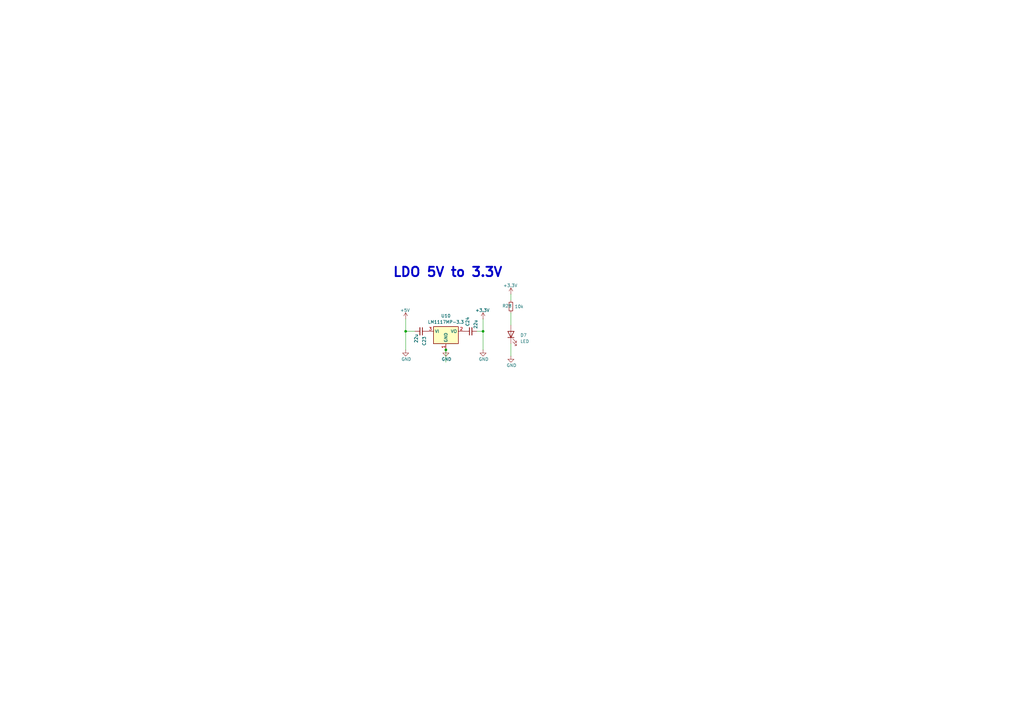
<source format=kicad_sch>
(kicad_sch (version 20231120) (generator "eeschema") (generator_version "8.0")
  (paper "A3")
  (lib_symbols
    (symbol "Device:C_Small" (pin_numbers hide) (pin_names (offset 0.254) hide)
      (property "Reference" "C" (at 0.254 1.778 0))
      (property "Value" "C_Small" (at 0.254 -2.032 0))
      (symbol "C_Small_0_1"
        (polyline (pts (xy -1.524 -0.508) (xy 1.524 -0.508)) (stroke (width 0.3302)))
        (polyline (pts (xy -1.524 0.508) (xy 1.524 0.508)) (stroke (width 0.3048)))
      )
      (symbol "C_Small_1_1"
        (pin passive line (at 0 2.54 270) (length 2.032) (name "~") (number "1"))
        (pin passive line (at 0 -2.54 90) (length 2.032) (name "~") (number "2"))
      )
    )
    (symbol "Device:LED" (pin_numbers hide) (pin_names (offset 1.016) hide)
      (property "Reference" "D" (at 0 2.54 0))
      (property "Value" "LED" (at 0 -2.54 0))
      (symbol "LED_0_1"
        (polyline (pts (xy -1.27 -1.27) (xy -1.27 1.27)) (stroke (width 0.254)))
        (polyline (pts (xy -1.27 0) (xy 1.27 0)))
        (polyline (pts (xy 1.27 -1.27) (xy 1.27 1.27) (xy -1.27 0) (xy 1.27 -1.27)) (stroke (width 0.254)))
        (polyline (pts (xy -3.048 -0.762) (xy -4.572 -2.286) (xy -3.81 -2.286) (xy -4.572 -2.286) (xy -4.572 -1.524)))
        (polyline (pts (xy -1.778 -0.762) (xy -3.302 -2.286) (xy -2.54 -2.286) (xy -3.302 -2.286) (xy -3.302 -1.524)))
      )
      (symbol "LED_1_1"
        (pin passive line (at -3.81 0 0) (length 2.54) (name "K") (number "1"))
        (pin passive line (at 3.81 0 180) (length 2.54) (name "A") (number "2"))
      )
    )
    (symbol "Device:R_Small" (pin_numbers hide) (pin_names (offset 0.254) hide)
      (property "Reference" "R" (at 0.762 0.508 0))
      (property "Value" "R_Small" (at 0.762 -1.016 0))
      (symbol "R_Small_0_1"
        (rectangle (start -0.762 1.778) (end 0.762 -1.778) (stroke (width 0.2032)))
      )
      (symbol "R_Small_1_1"
        (pin passive line (at 0 2.54 270) (length 0.762) (name "~") (number "1"))
        (pin passive line (at 0 -2.54 90) (length 0.762) (name "~") (number "2"))
      )
    )
    (symbol "Regulator_Linear:LM1117MP-3.3"
      (property "Reference" "U" (at -3.81 3.175 0))
      (property "Value" "LM1117MP-3.3" (at 0 3.175 0))
      (symbol "LM1117MP-3.3_0_1"
        (rectangle (start -5.08 -5.08) (end 5.08 1.905) (stroke (width 0.254)) (fill (type background)))
      )
      (symbol "LM1117MP-3.3_1_1"
        (pin power_in line (at 0 -7.62 90) (length 2.54) (name "GND") (number "1"))
        (pin power_out line (at 7.62 0 180) (length 2.54) (name "VO") (number "2"))
        (pin power_in line (at -7.62 0 0) (length 2.54) (name "VI") (number "3"))
      )
    )
    (symbol "power:+5V" (power) (pin_numbers hide) (pin_names (offset 0) hide)
      (property "Value" "+5V" (at 0 3.556 0))
      (symbol "+5V_0_1"
        (polyline (pts (xy -0.762 1.27) (xy 0 2.54)))
        (polyline (pts (xy 0 0) (xy 0 2.54)))
        (polyline (pts (xy 0 2.54) (xy 0.762 1.27)))
      )
      (symbol "+5V_1_1"
        (pin power_in line (at 0 0 90) (length 0) (name "~") (number "1"))
      )
    )
    (symbol "power:GND" (power) (pin_numbers hide) (pin_names (offset 0) hide)
      (property "Value" "GND" (at 0 -3.81 0))
      (symbol "GND_0_1"
        (polyline (pts (xy 0 0) (xy 0 -1.27) (xy 1.27 -1.27) (xy 0 -2.54) (xy -1.27 -1.27) (xy 0 -1.27)))
      )
      (symbol "GND_1_1"
        (pin power_in line (at 0 0 270) (length 0) (name "~") (number "1"))
      )
    )
  )
  (junction (at 182.88 143.51))
  (junction (at 166.37 135.89))
  (junction (at 198.12 135.89))
  (wire (pts (xy 166.37 135.89) (xy 166.37 143.51)))
  (wire (pts (xy 209.55 133.35) (xy 209.55 128.27)))
  (wire (pts (xy 209.55 120.65) (xy 209.55 123.19)))
  (wire (pts (xy 170.18 135.89) (xy 166.37 135.89)))
  (wire (pts (xy 166.37 130.81) (xy 166.37 135.89)))
  (wire (pts (xy 182.88 143.51) (xy 182.88 148.59)))
  (wire (pts (xy 198.12 130.81) (xy 198.12 135.89)))
  (wire (pts (xy 209.55 146.05) (xy 209.55 140.97)))
  (wire (pts (xy 198.12 135.89) (xy 198.12 143.51)))
  (wire (pts (xy 195.58 135.89) (xy 198.12 135.89)))
  (text "LDO 5V to 3.3V" (at 183.642 111.76 0) (effects (font (size 3.81 3.81) (thickness 0.762) (bold yes))))
  (symbol (lib_id "Device:LED") (at 209.55 137.16 90) (unit 1)
    (property "Reference" "D7" (at 213.36 137.4774 90) (effects (justify right)))
    (property "Value" "LED" (at 213.36 140.0174 90) (effects (justify right)))
    (property "Footprint" "LED_SMD:LED_0603_1608Metric_Pad1.05x0.95mm_HandSolder" (effects (hide yes)))
    (property "Description" "Light emitting diode" (effects (hide yes)))
  )
  (symbol (lib_id "Device:R_Small") (at 209.55 125.73 0) (unit 1)
    (property "Reference" "R28" (at 205.994 125.476 0) (effects (justify left)))
    (property "Value" "10k" (at 211.074 125.73 0) (effects (justify left)))
    (property "Footprint" "Resistor_SMD:R_01005_0402Metric_Pad0.57x0.30mm_HandSolder" (effects (hide yes)))
    (property "Description" "Resistor, small symbol" (effects (hide yes)))
  )
  (symbol (lib_id "power:GND") (at 166.37 143.51 0) (unit 1)
    (property "Reference" "#PWR080" (effects (hide yes)))
    (property "Value" "GND" (at 166.624 147.32 0))
    (property "Description" "Power symbol creates a global label with name \"GND\" , ground" (effects (hide yes)))
  )
  (symbol (lib_id "power:GND") (at 182.88 143.51 0) (unit 1)
    (property "Reference" "#PWR081" (effects (hide yes)))
    (property "Value" "GND" (at 183.134 147.32 0))
    (property "Description" "Power symbol creates a global label with name \"GND\" , ground" (effects (hide yes)))
  )
  (symbol (lib_id "Device:C_Small") (at 193.04 135.89 90) (unit 1)
    (property "Reference" "C24" (at 191.77 133.858 0) (effects (justify left)))
    (property "Value" "22u" (at 195.072 134.874 0) (effects (justify left)))
    (property "Footprint" "Capacitor_SMD:C_01005_0402Metric_Pad0.57x0.30mm_HandSolder" (effects (hide yes)))
    (property "Description" "Unpolarized capacitor, small symbol" (effects (hide yes)))
  )
  (symbol (lib_id "Regulator_Linear:LM1117MP-3.3") (at 182.88 135.89 0) (unit 1)
    (property "Reference" "U10" (at 182.88 129.54 0))
    (property "Value" "LM1117MP-3.3" (at 182.88 132.08 0))
    (property "Footprint" "Package_TO_SOT_SMD:SOT-223-3_TabPin2" (effects (hide yes)))
    (property "Datasheet" "http://www.ti.com/lit/ds/symlink/lm1117.pdf" (effects (hide yes)))
    (property "Description" "800mA Low-Dropout Linear Regulator, 3.3V fixed output, SOT-223" (effects (hide yes)))
  )
  (symbol (lib_id "power:GND") (at 198.12 143.51 0) (unit 1)
    (property "Reference" "#PWR083" (effects (hide yes)))
    (property "Value" "GND" (at 198.374 147.32 0))
    (property "Description" "Power symbol creates a global label with name \"GND\" , ground" (effects (hide yes)))
  )
  (symbol (lib_id "power:GND") (at 209.55 146.05 0) (unit 1)
    (property "Reference" "#PWR085" (effects (hide yes)))
    (property "Value" "GND" (at 209.804 149.86 0))
    (property "Description" "Power symbol creates a global label with name \"GND\" , ground" (effects (hide yes)))
  )
  (symbol (lib_id "power:+5V") (at 209.55 120.65 0) (unit 1)
    (property "Reference" "#PWR084" (effects (hide yes)))
    (property "Value" "+3.3V" (at 209.296 117.094 0))
    (property "Description" "Power symbol creates a global label with name \"+5V\"" (effects (hide yes)))
  )
  (symbol (lib_id "Device:C_Small") (at 172.72 135.89 270) (unit 1)
    (property "Reference" "C23" (at 173.99 137.922 0) (effects (justify left)))
    (property "Value" "22u" (at 170.688 136.906 0) (effects (justify left)))
    (property "Footprint" "Capacitor_SMD:C_01005_0402Metric_Pad0.57x0.30mm_HandSolder" (effects (hide yes)))
    (property "Description" "Unpolarized capacitor, small symbol" (effects (hide yes)))
  )
  (symbol (lib_id "power:+5V") (at 166.37 130.81 0) (unit 1)
    (property "Reference" "#PWR079" (effects (hide yes)))
    (property "Value" "+5V" (at 166.116 127.254 0))
    (property "Description" "Power symbol creates a global label with name \"+5V\"" (effects (hide yes)))
  )
  (symbol (lib_id "power:+5V") (at 198.12 130.81 0) (unit 1)
    (property "Reference" "#PWR082" (effects (hide yes)))
    (property "Value" "+3.3V" (at 197.866 127.254 0))
    (property "Description" "Power symbol creates a global label with name \"+5V\"" (effects (hide yes)))
  )
)
</source>
